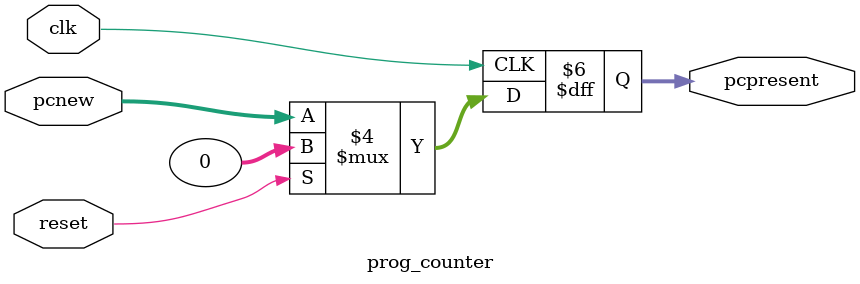
<source format=sv>
`timescale 1ns / 1ps

module prog_counter #(parameter s=32) (input bit clk,reset, input bit [s-1:0]pcnew, output bit[s-1:0] pcpresent);

always@ (posedge clk)
begin
if(reset==1)
pcpresent<=0;
else
pcpresent<=pcnew;
end

endmodule

</source>
